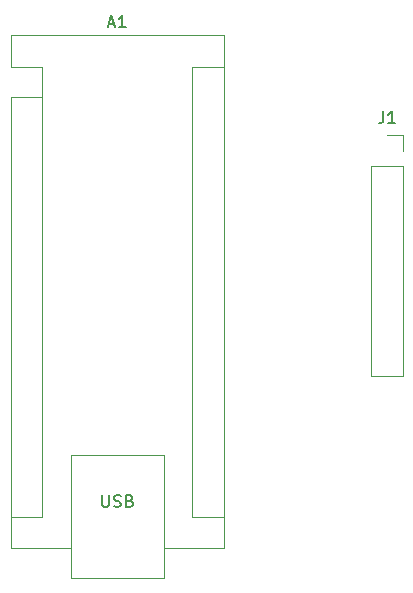
<source format=gbr>
%TF.GenerationSoftware,KiCad,Pcbnew,8.0.4*%
%TF.CreationDate,2024-09-23T10:04:25-03:00*%
%TF.ProjectId,IMU com arduino,494d5520-636f-46d2-9061-726475696e6f,rev?*%
%TF.SameCoordinates,Original*%
%TF.FileFunction,Legend,Top*%
%TF.FilePolarity,Positive*%
%FSLAX46Y46*%
G04 Gerber Fmt 4.6, Leading zero omitted, Abs format (unit mm)*
G04 Created by KiCad (PCBNEW 8.0.4) date 2024-09-23 10:04:25*
%MOMM*%
%LPD*%
G01*
G04 APERTURE LIST*
%ADD10C,0.150000*%
%ADD11C,0.120000*%
G04 APERTURE END LIST*
D10*
X162353666Y-76694819D02*
X162353666Y-77409104D01*
X162353666Y-77409104D02*
X162306047Y-77551961D01*
X162306047Y-77551961D02*
X162210809Y-77647200D01*
X162210809Y-77647200D02*
X162067952Y-77694819D01*
X162067952Y-77694819D02*
X161972714Y-77694819D01*
X163353666Y-77694819D02*
X162782238Y-77694819D01*
X163067952Y-77694819D02*
X163067952Y-76694819D01*
X163067952Y-76694819D02*
X162972714Y-76837676D01*
X162972714Y-76837676D02*
X162877476Y-76932914D01*
X162877476Y-76932914D02*
X162782238Y-76980533D01*
X139112714Y-69257104D02*
X139588904Y-69257104D01*
X139017476Y-69542819D02*
X139350809Y-68542819D01*
X139350809Y-68542819D02*
X139684142Y-69542819D01*
X140541285Y-69542819D02*
X139969857Y-69542819D01*
X140255571Y-69542819D02*
X140255571Y-68542819D01*
X140255571Y-68542819D02*
X140160333Y-68685676D01*
X140160333Y-68685676D02*
X140065095Y-68780914D01*
X140065095Y-68780914D02*
X139969857Y-68828533D01*
X138565095Y-109182819D02*
X138565095Y-109992342D01*
X138565095Y-109992342D02*
X138612714Y-110087580D01*
X138612714Y-110087580D02*
X138660333Y-110135200D01*
X138660333Y-110135200D02*
X138755571Y-110182819D01*
X138755571Y-110182819D02*
X138946047Y-110182819D01*
X138946047Y-110182819D02*
X139041285Y-110135200D01*
X139041285Y-110135200D02*
X139088904Y-110087580D01*
X139088904Y-110087580D02*
X139136523Y-109992342D01*
X139136523Y-109992342D02*
X139136523Y-109182819D01*
X139565095Y-110135200D02*
X139707952Y-110182819D01*
X139707952Y-110182819D02*
X139946047Y-110182819D01*
X139946047Y-110182819D02*
X140041285Y-110135200D01*
X140041285Y-110135200D02*
X140088904Y-110087580D01*
X140088904Y-110087580D02*
X140136523Y-109992342D01*
X140136523Y-109992342D02*
X140136523Y-109897104D01*
X140136523Y-109897104D02*
X140088904Y-109801866D01*
X140088904Y-109801866D02*
X140041285Y-109754247D01*
X140041285Y-109754247D02*
X139946047Y-109706628D01*
X139946047Y-109706628D02*
X139755571Y-109659009D01*
X139755571Y-109659009D02*
X139660333Y-109611390D01*
X139660333Y-109611390D02*
X139612714Y-109563771D01*
X139612714Y-109563771D02*
X139565095Y-109468533D01*
X139565095Y-109468533D02*
X139565095Y-109373295D01*
X139565095Y-109373295D02*
X139612714Y-109278057D01*
X139612714Y-109278057D02*
X139660333Y-109230438D01*
X139660333Y-109230438D02*
X139755571Y-109182819D01*
X139755571Y-109182819D02*
X139993666Y-109182819D01*
X139993666Y-109182819D02*
X140136523Y-109230438D01*
X140898428Y-109659009D02*
X141041285Y-109706628D01*
X141041285Y-109706628D02*
X141088904Y-109754247D01*
X141088904Y-109754247D02*
X141136523Y-109849485D01*
X141136523Y-109849485D02*
X141136523Y-109992342D01*
X141136523Y-109992342D02*
X141088904Y-110087580D01*
X141088904Y-110087580D02*
X141041285Y-110135200D01*
X141041285Y-110135200D02*
X140946047Y-110182819D01*
X140946047Y-110182819D02*
X140565095Y-110182819D01*
X140565095Y-110182819D02*
X140565095Y-109182819D01*
X140565095Y-109182819D02*
X140898428Y-109182819D01*
X140898428Y-109182819D02*
X140993666Y-109230438D01*
X140993666Y-109230438D02*
X141041285Y-109278057D01*
X141041285Y-109278057D02*
X141088904Y-109373295D01*
X141088904Y-109373295D02*
X141088904Y-109468533D01*
X141088904Y-109468533D02*
X141041285Y-109563771D01*
X141041285Y-109563771D02*
X140993666Y-109611390D01*
X140993666Y-109611390D02*
X140898428Y-109659009D01*
X140898428Y-109659009D02*
X140565095Y-109659009D01*
D11*
%TO.C,J1*%
X164017000Y-81280000D02*
X164017000Y-99120000D01*
X164017000Y-78680000D02*
X164017000Y-80010000D01*
X162687000Y-78680000D02*
X164017000Y-78680000D01*
X161357000Y-99120000D02*
X164017000Y-99120000D01*
X161357000Y-81280000D02*
X164017000Y-81280000D01*
X161357000Y-81280000D02*
X161357000Y-99120000D01*
%TO.C,A1*%
X130807000Y-70228000D02*
X130807000Y-72898000D01*
X130807000Y-75438000D02*
X130807000Y-113668000D01*
X130807000Y-113668000D02*
X135887000Y-113668000D01*
X133477000Y-72898000D02*
X130807000Y-72898000D01*
X133477000Y-75438000D02*
X130807000Y-75438000D01*
X133477000Y-75438000D02*
X133477000Y-72898000D01*
X133477000Y-75438000D02*
X133477000Y-110998000D01*
X133477000Y-110998000D02*
X130807000Y-110998000D01*
X135887000Y-105788000D02*
X143767000Y-105788000D01*
X135887000Y-116208000D02*
X135887000Y-105788000D01*
X143767000Y-105788000D02*
X143767000Y-116208000D01*
X143767000Y-116208000D02*
X135887000Y-116208000D01*
X146177000Y-72898000D02*
X146177000Y-110998000D01*
X146177000Y-72898000D02*
X148847000Y-72898000D01*
X146177000Y-110998000D02*
X148847000Y-110998000D01*
X148847000Y-70228000D02*
X130807000Y-70228000D01*
X148847000Y-113668000D02*
X143767000Y-113668000D01*
X148847000Y-113668000D02*
X148847000Y-70228000D01*
%TD*%
M02*

</source>
